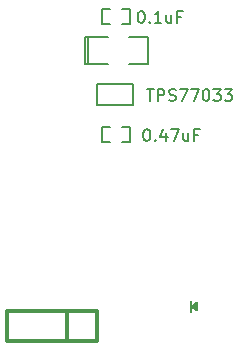
<source format=gbr>
G04 #@! TF.FileFunction,Legend,Top*
%FSLAX46Y46*%
G04 Gerber Fmt 4.6, Leading zero omitted, Abs format (unit mm)*
G04 Created by KiCad (PCBNEW 4.1.0-alpha+201606061201+6885~45~ubuntu14.04.1-product) date Wed Jun  8 09:31:43 2016*
%MOMM*%
%LPD*%
G01*
G04 APERTURE LIST*
%ADD10C,0.100000*%
%ADD11C,0.200000*%
%ADD12C,0.304800*%
%ADD13C,0.150000*%
G04 APERTURE END LIST*
D10*
D11*
X184050000Y-122450000D02*
X184050000Y-122750000D01*
X183700000Y-122100000D02*
X183700000Y-123000000D01*
X184150000Y-122900000D02*
X183850000Y-122600000D01*
X184200000Y-122200000D02*
X184200000Y-122900000D01*
X183800000Y-122600000D02*
X184200000Y-122200000D01*
D12*
X175810000Y-122930000D02*
X175810000Y-125470000D01*
X175810000Y-125470000D02*
X168190000Y-125470000D01*
X168190000Y-125470000D02*
X168190000Y-122930000D01*
X168190000Y-122930000D02*
X175810000Y-122930000D01*
X173270000Y-125470000D02*
X173270000Y-122930000D01*
D13*
X177900380Y-108650240D02*
X178598880Y-108650240D01*
X176899620Y-108650240D02*
X176201120Y-108650240D01*
X177900380Y-107349760D02*
X178598880Y-107349760D01*
X176201120Y-107349760D02*
X176899620Y-107349760D01*
X178598880Y-107365000D02*
X178598880Y-108635000D01*
X176201120Y-108635000D02*
X176201120Y-107365000D01*
X177900380Y-98650240D02*
X178598880Y-98650240D01*
X176899620Y-98650240D02*
X176201120Y-98650240D01*
X177900380Y-97349760D02*
X178598880Y-97349760D01*
X176201120Y-97349760D02*
X176899620Y-97349760D01*
X178598880Y-97365000D02*
X178598880Y-98635000D01*
X176201120Y-98635000D02*
X176201120Y-97365000D01*
X175030000Y-99737000D02*
X174776000Y-99737000D01*
X174776000Y-99737000D02*
X174776000Y-102023000D01*
X174776000Y-102023000D02*
X175030000Y-102023000D01*
X175030000Y-99737000D02*
X175030000Y-102023000D01*
X175030000Y-102023000D02*
X176681000Y-102023000D01*
X178459000Y-99737000D02*
X180110000Y-99737000D01*
X180110000Y-99737000D02*
X180110000Y-102023000D01*
X180110000Y-102023000D02*
X178459000Y-102023000D01*
X176681000Y-99737000D02*
X175030000Y-99737000D01*
X178824000Y-103711000D02*
X178824000Y-105489000D01*
X178824000Y-105489000D02*
X175776000Y-105489000D01*
X175776000Y-105489000D02*
X175776000Y-103711000D01*
X175776000Y-103711000D02*
X178824000Y-103711000D01*
X179930952Y-107552380D02*
X180026190Y-107552380D01*
X180121428Y-107600000D01*
X180169047Y-107647619D01*
X180216666Y-107742857D01*
X180264285Y-107933333D01*
X180264285Y-108171428D01*
X180216666Y-108361904D01*
X180169047Y-108457142D01*
X180121428Y-108504761D01*
X180026190Y-108552380D01*
X179930952Y-108552380D01*
X179835714Y-108504761D01*
X179788095Y-108457142D01*
X179740476Y-108361904D01*
X179692857Y-108171428D01*
X179692857Y-107933333D01*
X179740476Y-107742857D01*
X179788095Y-107647619D01*
X179835714Y-107600000D01*
X179930952Y-107552380D01*
X180692857Y-108457142D02*
X180740476Y-108504761D01*
X180692857Y-108552380D01*
X180645238Y-108504761D01*
X180692857Y-108457142D01*
X180692857Y-108552380D01*
X181597619Y-107885714D02*
X181597619Y-108552380D01*
X181359523Y-107504761D02*
X181121428Y-108219047D01*
X181740476Y-108219047D01*
X182026190Y-107552380D02*
X182692857Y-107552380D01*
X182264285Y-108552380D01*
X183502380Y-107885714D02*
X183502380Y-108552380D01*
X183073809Y-107885714D02*
X183073809Y-108409523D01*
X183121428Y-108504761D01*
X183216666Y-108552380D01*
X183359523Y-108552380D01*
X183454761Y-108504761D01*
X183502380Y-108457142D01*
X184311904Y-108028571D02*
X183978571Y-108028571D01*
X183978571Y-108552380D02*
X183978571Y-107552380D01*
X184454761Y-107552380D01*
X179457142Y-97552380D02*
X179552380Y-97552380D01*
X179647619Y-97600000D01*
X179695238Y-97647619D01*
X179742857Y-97742857D01*
X179790476Y-97933333D01*
X179790476Y-98171428D01*
X179742857Y-98361904D01*
X179695238Y-98457142D01*
X179647619Y-98504761D01*
X179552380Y-98552380D01*
X179457142Y-98552380D01*
X179361904Y-98504761D01*
X179314285Y-98457142D01*
X179266666Y-98361904D01*
X179219047Y-98171428D01*
X179219047Y-97933333D01*
X179266666Y-97742857D01*
X179314285Y-97647619D01*
X179361904Y-97600000D01*
X179457142Y-97552380D01*
X180219047Y-98457142D02*
X180266666Y-98504761D01*
X180219047Y-98552380D01*
X180171428Y-98504761D01*
X180219047Y-98457142D01*
X180219047Y-98552380D01*
X181219047Y-98552380D02*
X180647619Y-98552380D01*
X180933333Y-98552380D02*
X180933333Y-97552380D01*
X180838095Y-97695238D01*
X180742857Y-97790476D01*
X180647619Y-97838095D01*
X182076190Y-97885714D02*
X182076190Y-98552380D01*
X181647619Y-97885714D02*
X181647619Y-98409523D01*
X181695238Y-98504761D01*
X181790476Y-98552380D01*
X181933333Y-98552380D01*
X182028571Y-98504761D01*
X182076190Y-98457142D01*
X182885714Y-98028571D02*
X182552380Y-98028571D01*
X182552380Y-98552380D02*
X182552380Y-97552380D01*
X183028571Y-97552380D01*
X180007142Y-104152380D02*
X180578571Y-104152380D01*
X180292857Y-105152380D02*
X180292857Y-104152380D01*
X180911904Y-105152380D02*
X180911904Y-104152380D01*
X181292857Y-104152380D01*
X181388095Y-104200000D01*
X181435714Y-104247619D01*
X181483333Y-104342857D01*
X181483333Y-104485714D01*
X181435714Y-104580952D01*
X181388095Y-104628571D01*
X181292857Y-104676190D01*
X180911904Y-104676190D01*
X181864285Y-105104761D02*
X182007142Y-105152380D01*
X182245238Y-105152380D01*
X182340476Y-105104761D01*
X182388095Y-105057142D01*
X182435714Y-104961904D01*
X182435714Y-104866666D01*
X182388095Y-104771428D01*
X182340476Y-104723809D01*
X182245238Y-104676190D01*
X182054761Y-104628571D01*
X181959523Y-104580952D01*
X181911904Y-104533333D01*
X181864285Y-104438095D01*
X181864285Y-104342857D01*
X181911904Y-104247619D01*
X181959523Y-104200000D01*
X182054761Y-104152380D01*
X182292857Y-104152380D01*
X182435714Y-104200000D01*
X182769047Y-104152380D02*
X183435714Y-104152380D01*
X183007142Y-105152380D01*
X183721428Y-104152380D02*
X184388095Y-104152380D01*
X183959523Y-105152380D01*
X184959523Y-104152380D02*
X185054761Y-104152380D01*
X185150000Y-104200000D01*
X185197619Y-104247619D01*
X185245238Y-104342857D01*
X185292857Y-104533333D01*
X185292857Y-104771428D01*
X185245238Y-104961904D01*
X185197619Y-105057142D01*
X185150000Y-105104761D01*
X185054761Y-105152380D01*
X184959523Y-105152380D01*
X184864285Y-105104761D01*
X184816666Y-105057142D01*
X184769047Y-104961904D01*
X184721428Y-104771428D01*
X184721428Y-104533333D01*
X184769047Y-104342857D01*
X184816666Y-104247619D01*
X184864285Y-104200000D01*
X184959523Y-104152380D01*
X185626190Y-104152380D02*
X186245238Y-104152380D01*
X185911904Y-104533333D01*
X186054761Y-104533333D01*
X186150000Y-104580952D01*
X186197619Y-104628571D01*
X186245238Y-104723809D01*
X186245238Y-104961904D01*
X186197619Y-105057142D01*
X186150000Y-105104761D01*
X186054761Y-105152380D01*
X185769047Y-105152380D01*
X185673809Y-105104761D01*
X185626190Y-105057142D01*
X186578571Y-104152380D02*
X187197619Y-104152380D01*
X186864285Y-104533333D01*
X187007142Y-104533333D01*
X187102380Y-104580952D01*
X187150000Y-104628571D01*
X187197619Y-104723809D01*
X187197619Y-104961904D01*
X187150000Y-105057142D01*
X187102380Y-105104761D01*
X187007142Y-105152380D01*
X186721428Y-105152380D01*
X186626190Y-105104761D01*
X186578571Y-105057142D01*
M02*

</source>
